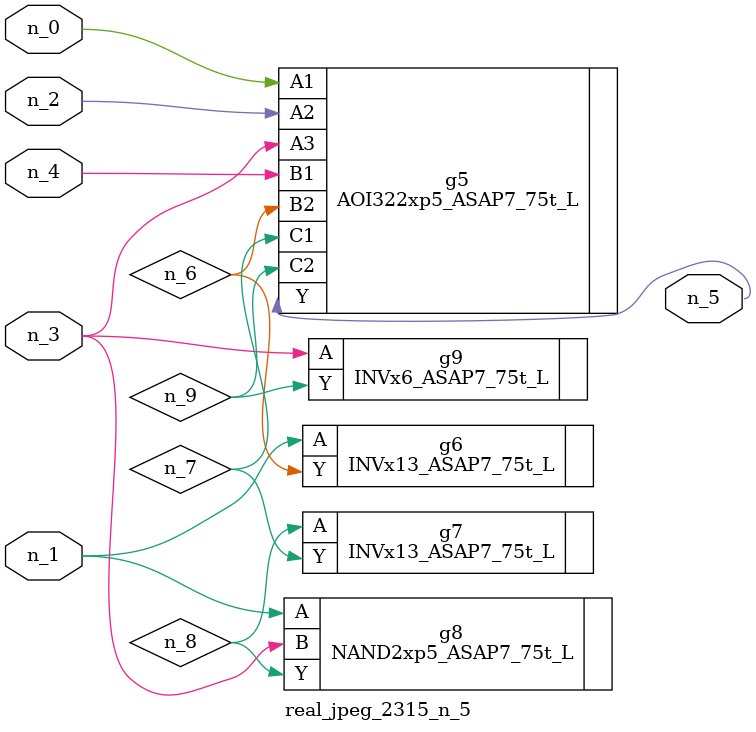
<source format=v>
module real_jpeg_2315_n_5 (n_4, n_0, n_1, n_2, n_3, n_5);

input n_4;
input n_0;
input n_1;
input n_2;
input n_3;

output n_5;

wire n_8;
wire n_6;
wire n_7;
wire n_9;

AOI322xp5_ASAP7_75t_L g5 ( 
.A1(n_0),
.A2(n_2),
.A3(n_3),
.B1(n_4),
.B2(n_6),
.C1(n_7),
.C2(n_9),
.Y(n_5)
);

INVx13_ASAP7_75t_L g6 ( 
.A(n_1),
.Y(n_6)
);

NAND2xp5_ASAP7_75t_L g8 ( 
.A(n_1),
.B(n_3),
.Y(n_8)
);

INVx6_ASAP7_75t_L g9 ( 
.A(n_3),
.Y(n_9)
);

INVx13_ASAP7_75t_L g7 ( 
.A(n_8),
.Y(n_7)
);


endmodule
</source>
